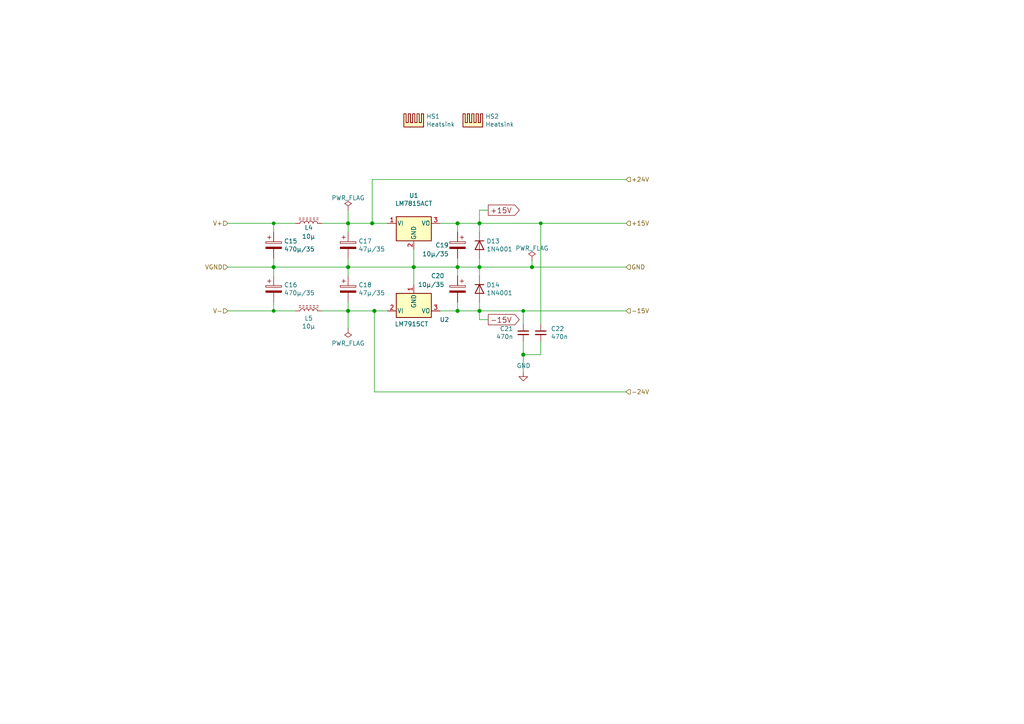
<source format=kicad_sch>
(kicad_sch (version 20210126) (generator eeschema)
  (paper "A4")
  (lib_symbols
    (symbol "Device:C_Polarized" (pin_numbers hide) (pin_names (offset 0.254))
      (property "Reference" "C" (at 0.635 2.54 0))
      (property "Value" "C_Polarized" (at 0.635 -2.54 0))
      (symbol "C_Polarized_0_1"
        (rectangle (start -2.286 0.508) (end 2.286 1.016))
        (rectangle (start 2.286 -0.508) (end -2.286 -1.016) (fill (type outline)))
        (polyline (pts (xy -1.778 2.286) (xy -0.762 2.286)))
        (polyline (pts (xy -1.27 2.794) (xy -1.27 1.778)))
      )
      (symbol "C_Polarized_1_1"
        (pin passive line (at 0 3.81 270) (length 2.794) (name "~") (number "1"))
        (pin passive line (at 0 -3.81 90) (length 2.794) (name "~") (number "2"))
      )
    )
    (symbol "Device:C_Small" (pin_numbers hide) (pin_names (offset 0.254) hide)
      (property "Reference" "C" (at 0.254 1.778 0))
      (property "Value" "C_Small" (at 0.254 -2.032 0))
      (symbol "C_Small_0_1"
        (polyline (pts (xy -1.524 -0.508) (xy 1.524 -0.508)) (stroke (width 0.3302)))
        (polyline (pts (xy -1.524 0.508) (xy 1.524 0.508)) (stroke (width 0.3048)))
      )
      (symbol "C_Small_1_1"
        (pin passive line (at 0 2.54 270) (length 2.032) (name "~") (number "1"))
        (pin passive line (at 0 -2.54 90) (length 2.032) (name "~") (number "2"))
      )
    )
    (symbol "Device:L_Ferrite" (pin_numbers hide) (pin_names (offset 1.016) hide)
      (property "Reference" "L" (at -1.27 0 90))
      (property "Value" "L_Ferrite" (at 2.794 0 90))
      (symbol "L_Ferrite_0_1"
        (arc (start 0 -2.54) (end 0 -1.27) (radius (at 0 -1.905) (length 0.635) (angles -89.9 89.9)))
        (arc (start 0 -1.27) (end 0 0) (radius (at 0 -0.635) (length 0.635) (angles -89.9 89.9)))
        (arc (start 0 0) (end 0 1.27) (radius (at 0 0.635) (length 0.635) (angles -89.9 89.9)))
        (arc (start 0 1.27) (end 0 2.54) (radius (at 0 1.905) (length 0.635) (angles -89.9 89.9)))
        (polyline (pts (xy 1.016 -2.794) (xy 1.016 -2.286)))
        (polyline (pts (xy 1.016 -1.778) (xy 1.016 -1.27)))
        (polyline (pts (xy 1.016 -0.762) (xy 1.016 -0.254)))
        (polyline (pts (xy 1.016 0.254) (xy 1.016 0.762)))
        (polyline (pts (xy 1.016 1.27) (xy 1.016 1.778)))
        (polyline (pts (xy 1.016 2.286) (xy 1.016 2.794)))
        (polyline (pts (xy 1.524 -2.286) (xy 1.524 -2.794)))
        (polyline (pts (xy 1.524 -1.27) (xy 1.524 -1.778)))
        (polyline (pts (xy 1.524 -0.254) (xy 1.524 -0.762)))
        (polyline (pts (xy 1.524 0.762) (xy 1.524 0.254)))
        (polyline (pts (xy 1.524 1.778) (xy 1.524 1.27)))
        (polyline (pts (xy 1.524 2.794) (xy 1.524 2.286)))
      )
      (symbol "L_Ferrite_1_1"
        (pin passive line (at 0 3.81 270) (length 1.27) (name "1") (number "1"))
        (pin passive line (at 0 -3.81 90) (length 1.27) (name "2") (number "2"))
      )
    )
    (symbol "Diode:1N4148" (pin_numbers hide) (pin_names (offset 1.016) hide)
      (property "Reference" "D" (at 0 2.54 0))
      (property "Value" "1N4148" (at 0 -2.54 0))
      (symbol "1N4148_0_1"
        (polyline (pts (xy -1.27 1.27) (xy -1.27 -1.27)) (stroke (width 0.254)))
        (polyline (pts (xy 1.27 0) (xy -1.27 0)))
        (polyline (pts (xy 1.27 1.27) (xy 1.27 -1.27) (xy -1.27 0) (xy 1.27 1.27)) (stroke (width 0.254)))
      )
      (symbol "1N4148_1_1"
        (pin passive line (at -3.81 0 0) (length 2.54) (name "K") (number "1"))
        (pin passive line (at 3.81 0 180) (length 2.54) (name "A") (number "2"))
      )
    )
    (symbol "Power-Supply-Board-v2.0-rescue:GND-power" (power) (pin_names (offset 0))
      (property "Value" "GND-power" (at 0 -3.81 0))
      (symbol "GND-power_0_1"
        (polyline (pts (xy 0 0) (xy 0 -1.27) (xy 1.27 -1.27) (xy 0 -2.54) (xy -1.27 -1.27) (xy 0 -1.27)))
      )
      (symbol "GND-power_1_1"
        (pin power_in line (at 0 0 270) (length 0) hide (name "GND") (number "1"))
      )
    )
    (symbol "Power-Supply-Board-v2.0-rescue:Heatsink-Mechanical" (pin_names (offset 1.016))
      (property "Reference" "HS" (at 0 5.08 0))
      (property "Value" "Heatsink-Mechanical" (at 0 -1.27 0))
      (symbol "Heatsink-Mechanical_0_1"
        (polyline (pts (xy -0.3302 1.27) (xy -0.9652 1.27) (xy -0.9652 3.81) (xy -1.6002 3.81) (xy -1.6002 1.27) (xy -2.2352 1.27) (xy -2.2352 3.81) (xy -2.8702 3.81) (xy -2.8702 0) (xy -0.9652 0)) (stroke (width 0.254)) (fill (type background)))
        (polyline (pts (xy -0.3302 1.27) (xy -0.3302 3.81) (xy 0.3048 3.81) (xy 0.3048 1.27) (xy 0.9398 1.27) (xy 0.9398 3.81) (xy 1.5748 3.81) (xy 1.5748 1.27) (xy 2.2098 1.27) (xy 2.2098 3.81) (xy 2.8448 3.81) (xy 2.8448 0) (xy -0.9652 0)) (stroke (width 0.254)) (fill (type background)))
      )
    )
    (symbol "Regulator_Linear:LM7815_TO220" (pin_names (offset 0.254))
      (property "Reference" "U" (at -3.81 3.175 0))
      (property "Value" "LM7815_TO220" (at 0 3.175 0))
      (symbol "LM7815_TO220_0_1"
        (rectangle (start -5.08 1.905) (end 5.08 -5.08) (stroke (width 0.254)) (fill (type background)))
      )
      (symbol "LM7815_TO220_1_1"
        (pin power_in line (at -7.62 0 0) (length 2.54) (name "VI") (number "1"))
        (pin power_in line (at 0 -7.62 90) (length 2.54) (name "GND") (number "2"))
        (pin power_out line (at 7.62 0 180) (length 2.54) (name "VO") (number "3"))
      )
    )
    (symbol "Regulator_Linear:LM7915_TO220" (pin_names (offset 0.254))
      (property "Reference" "U" (at -3.81 -3.175 0))
      (property "Value" "LM7915_TO220" (at 0 -3.175 0))
      (symbol "LM7915_TO220_0_1"
        (rectangle (start -5.08 5.08) (end 5.08 -1.905) (stroke (width 0.254)) (fill (type background)))
      )
      (symbol "LM7915_TO220_1_1"
        (pin power_in line (at 0 7.62 270) (length 2.54) (name "GND") (number "1"))
        (pin power_in line (at -7.62 0 0) (length 2.54) (name "VI") (number "2"))
        (pin power_out line (at 7.62 0 180) (length 2.54) (name "VO") (number "3"))
      )
    )
    (symbol "power:PWR_FLAG" (power) (pin_numbers hide) (pin_names (offset 0) hide)
      (property "Value" "PWR_FLAG" (at 0 3.81 0))
      (symbol "PWR_FLAG_0_0"
        (pin power_out line (at 0 0 90) (length 0) (name "pwr") (number "1"))
      )
      (symbol "PWR_FLAG_0_1"
        (polyline (pts (xy 0 0) (xy 0 1.27) (xy -1.016 1.905) (xy 0 2.54) (xy 1.016 1.905) (xy 0 1.27)))
      )
    )
  )
  (junction (at 79.375 64.77) (diameter 0.9144))
  (junction (at 79.375 77.47) (diameter 1.016))
  (junction (at 79.375 90.17) (diameter 0.9144))
  (junction (at 100.965 64.77) (diameter 1.016))
  (junction (at 100.965 77.47) (diameter 1.016))
  (junction (at 100.965 90.17) (diameter 1.016))
  (junction (at 107.95 64.77) (diameter 1.016))
  (junction (at 108.585 90.17) (diameter 1.016))
  (junction (at 120.015 77.47) (diameter 1.016))
  (junction (at 132.715 64.77) (diameter 1.016))
  (junction (at 132.715 77.47) (diameter 1.016))
  (junction (at 132.715 90.17) (diameter 1.016))
  (junction (at 139.065 64.77) (diameter 1.016))
  (junction (at 139.065 77.47) (diameter 1.016))
  (junction (at 139.065 90.17) (diameter 1.016))
  (junction (at 151.765 90.17) (diameter 0.9144))
  (junction (at 151.765 102.87) (diameter 1.016))
  (junction (at 154.305 77.47) (diameter 1.016))
  (junction (at 156.845 64.77) (diameter 0.9144))
  (wire (pts (xy 66.04 64.77) (xy 79.375 64.77)))
  (wire (pts (xy 66.04 77.47) (xy 79.375 77.47)))
  (wire (pts (xy 66.04 90.17) (xy 79.375 90.17)))
  (wire (pts (xy 79.375 64.77) (xy 79.375 67.31)))
  (wire (pts (xy 79.375 64.77) (xy 85.725 64.77)))
  (wire (pts (xy 79.375 74.93) (xy 79.375 77.47)))
  (wire (pts (xy 79.375 77.47) (xy 79.375 80.01)))
  (wire (pts (xy 79.375 77.47) (xy 100.965 77.47)))
  (wire (pts (xy 79.375 87.63) (xy 79.375 90.17)))
  (wire (pts (xy 79.375 90.17) (xy 85.725 90.17)))
  (wire (pts (xy 93.345 64.77) (xy 100.965 64.77)))
  (wire (pts (xy 93.345 90.17) (xy 100.965 90.17)))
  (wire (pts (xy 100.965 60.96) (xy 100.965 64.77)))
  (wire (pts (xy 100.965 64.77) (xy 100.965 67.31)))
  (wire (pts (xy 100.965 64.77) (xy 107.95 64.77)))
  (wire (pts (xy 100.965 74.93) (xy 100.965 77.47)))
  (wire (pts (xy 100.965 77.47) (xy 100.965 80.01)))
  (wire (pts (xy 100.965 77.47) (xy 120.015 77.47)))
  (wire (pts (xy 100.965 87.63) (xy 100.965 90.17)))
  (wire (pts (xy 100.965 90.17) (xy 100.965 95.25)))
  (wire (pts (xy 100.965 90.17) (xy 108.585 90.17)))
  (wire (pts (xy 107.95 52.07) (xy 107.95 64.77)))
  (wire (pts (xy 107.95 64.77) (xy 112.395 64.77)))
  (wire (pts (xy 108.585 90.17) (xy 108.585 113.665)))
  (wire (pts (xy 108.585 90.17) (xy 112.395 90.17)))
  (wire (pts (xy 108.585 113.665) (xy 181.61 113.665)))
  (wire (pts (xy 120.015 72.39) (xy 120.015 77.47)))
  (wire (pts (xy 120.015 77.47) (xy 120.015 82.55)))
  (wire (pts (xy 120.015 77.47) (xy 132.715 77.47)))
  (wire (pts (xy 127.635 64.77) (xy 132.715 64.77)))
  (wire (pts (xy 127.635 90.17) (xy 132.715 90.17)))
  (wire (pts (xy 132.715 64.77) (xy 132.715 67.31)))
  (wire (pts (xy 132.715 64.77) (xy 139.065 64.77)))
  (wire (pts (xy 132.715 74.93) (xy 132.715 77.47)))
  (wire (pts (xy 132.715 77.47) (xy 132.715 80.01)))
  (wire (pts (xy 132.715 77.47) (xy 139.065 77.47)))
  (wire (pts (xy 132.715 90.17) (xy 132.715 87.63)))
  (wire (pts (xy 132.715 90.17) (xy 139.065 90.17)))
  (wire (pts (xy 139.065 60.96) (xy 139.065 64.77)))
  (wire (pts (xy 139.065 60.96) (xy 141.605 60.96)))
  (wire (pts (xy 139.065 64.77) (xy 139.065 67.31)))
  (wire (pts (xy 139.065 64.77) (xy 156.845 64.77)))
  (wire (pts (xy 139.065 74.93) (xy 139.065 77.47)))
  (wire (pts (xy 139.065 77.47) (xy 139.065 80.01)))
  (wire (pts (xy 139.065 77.47) (xy 154.305 77.47)))
  (wire (pts (xy 139.065 87.63) (xy 139.065 90.17)))
  (wire (pts (xy 139.065 90.17) (xy 139.065 92.71)))
  (wire (pts (xy 139.065 90.17) (xy 151.765 90.17)))
  (wire (pts (xy 139.065 92.71) (xy 141.605 92.71)))
  (wire (pts (xy 151.765 90.17) (xy 151.765 93.98)))
  (wire (pts (xy 151.765 90.17) (xy 181.61 90.17)))
  (wire (pts (xy 151.765 99.06) (xy 151.765 102.87)))
  (wire (pts (xy 151.765 102.87) (xy 151.765 107.95)))
  (wire (pts (xy 154.305 75.565) (xy 154.305 77.47)))
  (wire (pts (xy 154.305 77.47) (xy 181.61 77.47)))
  (wire (pts (xy 156.845 64.77) (xy 156.845 93.98)))
  (wire (pts (xy 156.845 64.77) (xy 181.61 64.77)))
  (wire (pts (xy 156.845 99.06) (xy 156.845 102.87)))
  (wire (pts (xy 156.845 102.87) (xy 151.765 102.87)))
  (wire (pts (xy 181.61 52.07) (xy 107.95 52.07)))
  (global_label "+15V" (shape output) (at 141.605 60.96 0) (effects (font (size 1.524 1.524))) (property "Intersheet References" "${INTERSHEET_REFS}" (effects hide)))
  (global_label "-15V" (shape output) (at 141.605 92.71 0) (effects (font (size 1.524 1.524))) (property "Intersheet References" "${INTERSHEET_REFS}" (effects hide)))
  (hierarchical_label "V+" (shape input) (at 66.04 64.77 180))
  (hierarchical_label "VGND" (shape input) (at 66.04 77.47 180))
  (hierarchical_label "V-" (shape input) (at 66.04 90.17 180))
  (hierarchical_label "+24V" (shape input) (at 181.61 52.07 0))
  (hierarchical_label "+15V" (shape input) (at 181.61 64.77 0))
  (hierarchical_label "GND" (shape input) (at 181.61 77.47 0))
  (hierarchical_label "-15V" (shape input) (at 181.61 90.17 0))
  (hierarchical_label "-24V" (shape input) (at 181.61 113.665 0))
  (symbol (lib_id "power:PWR_FLAG") (at 100.965 60.96 0) (unit 1)
    (property "Reference" "#FLG?" (effects hide))
    (property "Value" "PWR_FLAG" (at 100.965 57.4126 0))
  )
  (symbol (lib_id "power:PWR_FLAG") (at 100.965 95.25 180) (unit 1)
    (property "Reference" "#FLG?" (effects hide))
    (property "Value" "PWR_FLAG" (at 100.965 99.5744 0))
  )
  (symbol (lib_id "power:PWR_FLAG") (at 154.305 75.565 0) (unit 1)
    (property "Reference" "#FLG?" (effects hide))
    (property "Value" "PWR_FLAG" (at 154.305 72.0176 0))
  )
  (symbol (lib_id "Power-Supply-Board-v2.0-rescue:GND-power") (at 151.765 107.95 0) (unit 1)
    (property "Reference" "#PWR08" (effects hide))
    (property "Value" "GND" (at 151.8666 106.0704 0))
  )
  (symbol (lib_id "Device:L_Ferrite") (at 89.535 64.77 270) (mirror x) (unit 1)
    (property "Reference" "L4" (at 89.535 66.04 90))
    (property "Value" "10µ" (at 89.535 68.58 90))
    (property "Footprint" "Inductor_SMD:L_Wuerth_WE-PD-Typ-LS_Handsoldering" (effects hide))
  )
  (symbol (lib_id "Device:L_Ferrite") (at 89.535 90.17 270) (mirror x) (unit 1)
    (property "Reference" "L5" (at 89.535 92.329 90))
    (property "Value" "10µ" (at 89.535 94.6404 90))
    (property "Footprint" "Inductor_SMD:L_Wuerth_WE-PD-Typ-LS_Handsoldering" (effects hide))
  )
  (symbol (lib_id "Device:C_Small") (at 151.765 96.52 0) (mirror y) (unit 1)
    (property "Reference" "C21" (at 148.8694 95.3516 0) (effects (justify left)))
    (property "Value" "470n" (at 148.8694 97.663 0) (effects (justify left)))
    (property "Footprint" "Capacitor_THT:C_Rect_L7.2mm_W11.0mm_P5.00mm_FKS2_FKP2_MKS2_MKP2" (effects hide))
  )
  (symbol (lib_id "Device:C_Small") (at 156.845 96.52 0) (unit 1)
    (property "Reference" "C22" (at 159.766 95.3516 0) (effects (justify left)))
    (property "Value" "470n" (at 159.766 97.663 0) (effects (justify left)))
    (property "Footprint" "Capacitor_THT:C_Rect_L7.2mm_W11.0mm_P5.00mm_FKS2_FKP2_MKS2_MKP2" (effects hide))
  )
  (symbol (lib_id "Diode:1N4148") (at 139.065 71.12 270) (unit 1)
    (property "Reference" "D13" (at 141.0716 69.9516 90) (effects (justify left)))
    (property "Value" "1N4001" (at 141.0716 72.263 90) (effects (justify left)))
    (property "Footprint" "Diode_THT:D_DO-35_SOD27_P7.62mm_Horizontal" (effects hide))
    (property "Datasheet" "https://assets.nexperia.com/documents/data-sheet/1N4148_1N4448.pdf" (effects hide))
  )
  (symbol (lib_id "Diode:1N4148") (at 139.065 83.82 270) (unit 1)
    (property "Reference" "D14" (at 141.0716 82.6516 90) (effects (justify left)))
    (property "Value" "1N4001" (at 141.0716 84.963 90) (effects (justify left)))
    (property "Footprint" "Diode_THT:D_DO-35_SOD27_P7.62mm_Horizontal" (effects hide))
    (property "Datasheet" "https://assets.nexperia.com/documents/data-sheet/1N4148_1N4448.pdf" (effects hide))
  )
  (symbol (lib_id "Power-Supply-Board-v2.0-rescue:Heatsink-Mechanical") (at 120.015 36.83 0) (unit 1)
    (property "Reference" "HS1" (at 123.6218 33.7566 0) (effects (justify left)))
    (property "Value" "Heatsink" (at 123.6218 36.068 0) (effects (justify left)))
    (property "Footprint" "Userlibrary:Heatsink EA2 T220" (effects hide))
  )
  (symbol (lib_id "Power-Supply-Board-v2.0-rescue:Heatsink-Mechanical") (at 137.16 36.83 0) (unit 1)
    (property "Reference" "HS2" (at 140.7668 33.7566 0) (effects (justify left)))
    (property "Value" "Heatsink" (at 140.7668 36.068 0) (effects (justify left)))
    (property "Footprint" "Userlibrary:Heatsink EA2 T220" (effects hide))
  )
  (symbol (lib_id "Device:C_Polarized") (at 79.375 71.12 0) (unit 1)
    (property "Reference" "C15" (at 82.3722 69.9516 0) (effects (justify left)))
    (property "Value" "470µ/35" (at 82.3722 72.263 0) (effects (justify left)))
    (property "Footprint" "Capacitor_THT:CP_Radial_D8.0mm_P3.50mm" (effects hide))
  )
  (symbol (lib_id "Device:C_Polarized") (at 79.375 83.82 0) (unit 1)
    (property "Reference" "C16" (at 82.3722 82.6516 0) (effects (justify left)))
    (property "Value" "470µ/35" (at 82.3722 84.963 0) (effects (justify left)))
    (property "Footprint" "Capacitor_THT:CP_Radial_D8.0mm_P3.50mm" (effects hide))
  )
  (symbol (lib_id "Device:C_Polarized") (at 100.965 71.12 0) (unit 1)
    (property "Reference" "C17" (at 103.9622 69.9516 0) (effects (justify left)))
    (property "Value" "47µ/35" (at 103.9622 72.263 0) (effects (justify left)))
    (property "Footprint" "Capacitor_THT:CP_Radial_D5.0mm_P2.50mm" (effects hide))
  )
  (symbol (lib_id "Device:C_Polarized") (at 100.965 83.82 0) (unit 1)
    (property "Reference" "C18" (at 103.9622 82.6516 0) (effects (justify left)))
    (property "Value" "47µ/35" (at 103.9622 84.963 0) (effects (justify left)))
    (property "Footprint" "Capacitor_THT:CP_Radial_D5.0mm_P2.50mm" (effects hide))
  )
  (symbol (lib_id "Device:C_Polarized") (at 132.715 71.12 0) (mirror y) (unit 1)
    (property "Reference" "C19" (at 130.175 71.12 0) (effects (justify left)))
    (property "Value" "10µ/35" (at 130.175 73.66 0) (effects (justify left)))
    (property "Footprint" "Capacitor_THT:CP_Radial_D5.0mm_P2.50mm" (effects hide))
  )
  (symbol (lib_id "Device:C_Polarized") (at 132.715 83.82 0) (mirror y) (unit 1)
    (property "Reference" "C20" (at 128.905 80.01 0) (effects (justify left)))
    (property "Value" "10µ/35" (at 128.905 82.55 0) (effects (justify left)))
    (property "Footprint" "Capacitor_THT:CP_Radial_D5.0mm_P2.50mm" (effects hide))
  )
  (symbol (lib_id "Regulator_Linear:LM7815_TO220") (at 120.015 64.77 0) (unit 1)
    (property "Reference" "U1" (at 120.015 56.7182 0))
    (property "Value" "LM7815ACT" (at 120.015 59.0296 0))
    (property "Footprint" "Package_TO_SOT_THT:TO-220-3_Vertical" (effects hide))
    (property "Datasheet" "https://www.onsemi.cn/PowerSolutions/document/MC7800-D.PDF" (effects hide))
  )
  (symbol (lib_id "Regulator_Linear:LM7915_TO220") (at 120.015 90.17 0) (unit 1)
    (property "Reference" "U2" (at 128.905 92.71 0))
    (property "Value" "LM7915CT" (at 119.38 93.98 0))
    (property "Footprint" "Package_TO_SOT_THT:TO-220-3_Vertical" (effects hide))
    (property "Datasheet" "https://www.onsemi.com/pub/Collateral/MC7900-D.PDF" (effects hide))
  )
)
</source>
